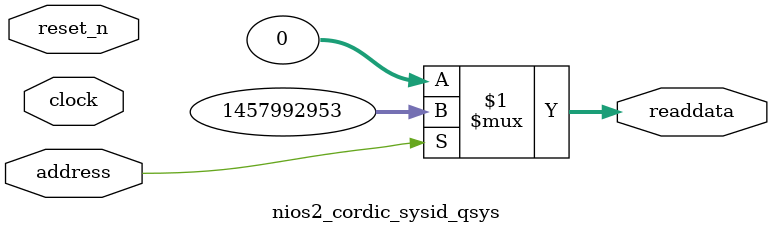
<source format=v>

`timescale 1ns / 1ps
// synthesis translate_on

// turn off superfluous verilog processor warnings 
// altera message_level Level1 
// altera message_off 10034 10035 10036 10037 10230 10240 10030 

module nios2_cordic_sysid_qsys (
               // inputs:
                address,
                clock,
                reset_n,

               // outputs:
                readdata
             )
;

  output  [ 31: 0] readdata;
  input            address;
  input            clock;
  input            reset_n;

  wire    [ 31: 0] readdata;
  //control_slave, which is an e_avalon_slave
  assign readdata = address ? 1457992953 : 0;

endmodule




</source>
